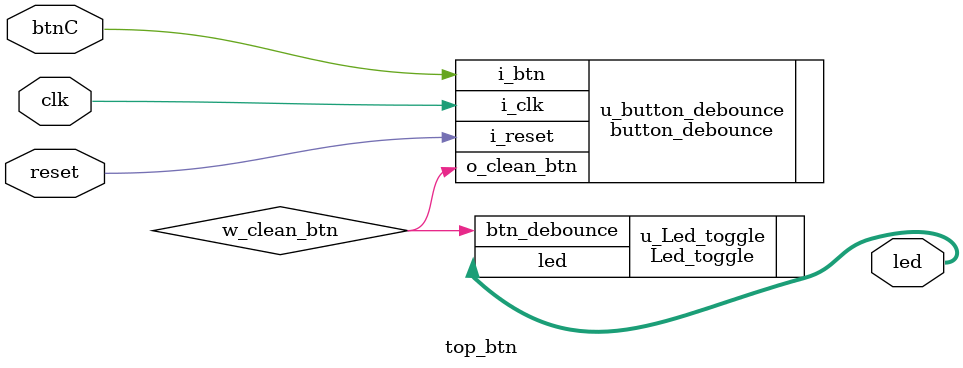
<source format=v>
`timescale 1ns / 1ps

module top_btn(
    input clk,
    input reset,
    input btnC,
    output [1:0] led
 ); //버튼 -> 디바운스 -> LED 토글 모듈 연결

 wire w_clean_btn; //디바운스 후 깨끗한 버튼 신호

button_debounce u_button_debounce( //버튼 신호를 안정된 신호로 변환.
    .i_clk(clk),
    .i_reset(reset),
    .i_btn(btnC),
    .o_clean_btn(w_clean_btn)
 );
 Led_toggle u_Led_toggle( //버튼을 누를 때마다 LED 상태 변경

    .btn_debounce(w_clean_btn),
    .led(led)
    );

endmodule

</source>
